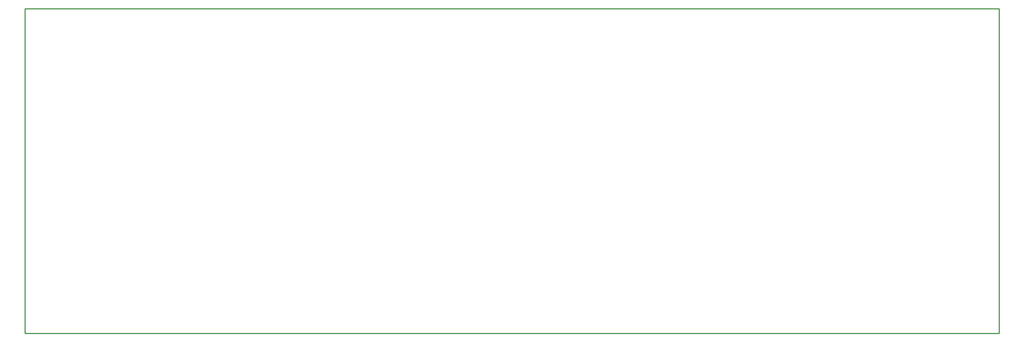
<source format=gbr>
G04 (created by PCBNEW (2013-02-13 BZR 3947)-testing) date 3/5/2013 9:05:37 AM*
%MOIN*%
G04 Gerber Fmt 3.4, Leading zero omitted, Abs format*
%FSLAX34Y34*%
G01*
G70*
G90*
G04 APERTURE LIST*
%ADD10C,0.08*%
%ADD11C,0.009*%
G04 APERTURE END LIST*
G54D10*
G54D11*
X111176Y-3741D02*
X111176Y-3661D01*
X21276Y-3661D02*
X21276Y-3741D01*
X21276Y-33641D02*
X21276Y-3741D01*
X111176Y-33641D02*
X21276Y-33641D01*
X111176Y-3741D02*
X111176Y-33641D01*
X21276Y-3661D02*
X111176Y-3661D01*
M02*

</source>
